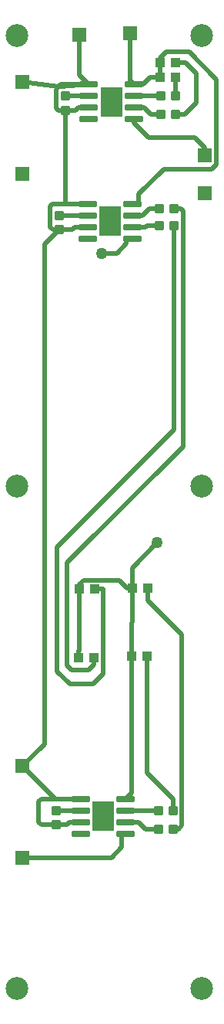
<source format=gbr>
%TF.GenerationSoftware,Altium Limited,Altium Designer,20.0.13 (296)*%
G04 Layer_Physical_Order=1*
G04 Layer_Color=255*
%FSLAX45Y45*%
%MOMM*%
%TF.FileFunction,Copper,L1,Top,Signal*%
%TF.Part,Single*%
G01*
G75*
%TA.AperFunction,SMDPad,CuDef*%
%ADD10R,1.10000X1.00000*%
%ADD11R,2.41300X3.30200*%
G04:AMPARAMS|DCode=12|XSize=1.97mm|YSize=0.6mm|CornerRadius=0.075mm|HoleSize=0mm|Usage=FLASHONLY|Rotation=0.000|XOffset=0mm|YOffset=0mm|HoleType=Round|Shape=RoundedRectangle|*
%AMROUNDEDRECTD12*
21,1,1.97000,0.45000,0,0,0.0*
21,1,1.82000,0.60000,0,0,0.0*
1,1,0.15000,0.91000,-0.22500*
1,1,0.15000,-0.91000,-0.22500*
1,1,0.15000,-0.91000,0.22500*
1,1,0.15000,0.91000,0.22500*
%
%ADD12ROUNDEDRECTD12*%
G04:AMPARAMS|DCode=13|XSize=0.94mm|YSize=1.02mm|CornerRadius=0.094mm|HoleSize=0mm|Usage=FLASHONLY|Rotation=0.000|XOffset=0mm|YOffset=0mm|HoleType=Round|Shape=RoundedRectangle|*
%AMROUNDEDRECTD13*
21,1,0.94000,0.83200,0,0,0.0*
21,1,0.75200,1.02000,0,0,0.0*
1,1,0.18800,0.37600,-0.41600*
1,1,0.18800,-0.37600,-0.41600*
1,1,0.18800,-0.37600,0.41600*
1,1,0.18800,0.37600,0.41600*
%
%ADD13ROUNDEDRECTD13*%
G04:AMPARAMS|DCode=14|XSize=0.94mm|YSize=1.02mm|CornerRadius=0.094mm|HoleSize=0mm|Usage=FLASHONLY|Rotation=90.000|XOffset=0mm|YOffset=0mm|HoleType=Round|Shape=RoundedRectangle|*
%AMROUNDEDRECTD14*
21,1,0.94000,0.83200,0,0,90.0*
21,1,0.75200,1.02000,0,0,90.0*
1,1,0.18800,0.41600,0.37600*
1,1,0.18800,0.41600,-0.37600*
1,1,0.18800,-0.41600,-0.37600*
1,1,0.18800,-0.41600,0.37600*
%
%ADD14ROUNDEDRECTD14*%
%TA.AperFunction,Conductor*%
%ADD15C,0.50000*%
%TA.AperFunction,ComponentPad*%
%ADD16R,1.50000X1.50000*%
%ADD17R,1.50000X1.50000*%
%TA.AperFunction,ViaPad*%
%ADD18C,1.27000*%
%ADD19C,2.50000*%
D10*
X15337698Y11976100D02*
D03*
X15167702D02*
D03*
X15337698Y12141200D02*
D03*
X15167702D02*
D03*
X15032899Y6383401D02*
D03*
X14862901D02*
D03*
X15020200Y5634101D02*
D03*
X14850201D02*
D03*
X14448698Y6370701D02*
D03*
X14278700D02*
D03*
X14435999Y5621401D02*
D03*
X14266000D02*
D03*
D11*
X14630400Y11709400D02*
D03*
X14539107Y3881653D02*
D03*
X14617700Y10401300D02*
D03*
D12*
X14877898Y11899900D02*
D03*
Y11772900D02*
D03*
Y11645900D02*
D03*
Y11518900D02*
D03*
X14382903D02*
D03*
Y11645900D02*
D03*
Y11772900D02*
D03*
Y11899900D02*
D03*
X14786604Y4072153D02*
D03*
Y3945153D02*
D03*
Y3818153D02*
D03*
Y3691153D02*
D03*
X14291611D02*
D03*
Y3818153D02*
D03*
Y3945153D02*
D03*
Y4072153D02*
D03*
X14865198Y10591800D02*
D03*
Y10464800D02*
D03*
Y10337800D02*
D03*
Y10210800D02*
D03*
X14370203D02*
D03*
Y10337800D02*
D03*
Y10464800D02*
D03*
Y10591800D02*
D03*
D13*
X15173701Y11772900D02*
D03*
X15331699D02*
D03*
X15173701Y11569700D02*
D03*
X15331699D02*
D03*
X15148302Y3945001D02*
D03*
X15306299D02*
D03*
X15148302Y3741801D02*
D03*
X15306299D02*
D03*
X15161002Y10350500D02*
D03*
X15318999D02*
D03*
X15161002Y10541000D02*
D03*
X15318999D02*
D03*
D14*
X14122400Y11617701D02*
D03*
Y11775699D02*
D03*
X14020799Y3789802D02*
D03*
Y3947800D02*
D03*
X14058900Y10309601D02*
D03*
Y10467599D02*
D03*
D15*
X13893800Y10148501D02*
X14054900Y10309601D01*
X13893800Y4673676D02*
Y10148501D01*
X14033501Y5471958D02*
X14173997Y5331460D01*
X14033501Y6832600D02*
X15318999Y8118099D01*
X14033501Y5471958D02*
Y6832600D01*
X14145261Y5537200D02*
X14196060Y5486400D01*
X14145261Y5537200D02*
Y6659870D01*
X15417799Y7932410D01*
X14032899Y10309601D02*
X14058900D01*
X13985500D02*
X14032899D01*
X14020799Y3789802D02*
X14140179D01*
X13859590D02*
X14020799D01*
X13652499Y4432376D02*
X13893800Y4673676D01*
X13830299Y3819091D02*
X13859590Y3789802D01*
X14122400Y10591800D02*
X14142720D01*
X13859590Y4072153D02*
X14012723D01*
X14051280Y11877040D02*
X14075600Y11878716D01*
X13830299Y3819091D02*
Y4042864D01*
X13859590Y4072153D01*
X13982700Y10591800D02*
X14122400D01*
X14075600Y11878716D02*
X14382903Y11899900D01*
X14051280Y11877040D02*
X14074139Y11899900D01*
X14020799Y11846560D02*
X14051280Y11877040D01*
X14932660Y10591800D02*
Y10701020D01*
X14795500Y10160000D02*
Y10210800D01*
X14744701Y3546678D02*
Y3691153D01*
X14876781Y11480800D02*
Y11518900D01*
X13652499Y11925300D02*
X14051280Y11877040D01*
X14274800Y12008002D02*
Y12446000D01*
Y12008002D02*
X14382903Y11899900D01*
X14865198Y10591800D02*
X14932660D01*
Y10701020D02*
X15204440Y10972800D01*
X15735300D01*
X15786099Y11023600D01*
Y11958320D01*
X15483839Y12260580D02*
X15786099Y11958320D01*
X15236281Y12260580D02*
X15483839D01*
X15167702Y12192000D02*
X15236281Y12260580D01*
X15167702Y12141200D02*
Y12192000D01*
X14833600Y11944198D02*
Y12458700D01*
Y11944198D02*
X14877898Y11899900D01*
X14850201Y4135750D02*
Y5634101D01*
X14786604Y4072153D02*
X14850201Y4135750D01*
X15318999Y8118099D02*
Y10350500D01*
X14173997Y5331460D02*
X14427200D01*
X14541499Y5445760D01*
Y6370701D01*
X14448698D02*
X14541499D01*
X14266000Y5621401D02*
Y5689600D01*
X14278700Y5702300D01*
Y6370701D01*
X14435999Y5543459D02*
Y5621401D01*
X14378940Y5486400D02*
X14435999Y5543459D01*
X14196060Y5486400D02*
X14378940D01*
X15417799Y7932410D02*
Y10515600D01*
X15392400Y10541000D02*
X15417799Y10515600D01*
X15318999Y10541000D02*
X15392400D01*
X14862901Y6606540D02*
X15135860Y6879499D01*
X14862901Y6383401D02*
Y6606540D01*
X14278700Y6370701D02*
Y6426200D01*
X14324422Y6471920D01*
X14714220D01*
X14802739Y6383401D01*
X14862901D01*
X14226799Y10337800D02*
X14370203D01*
X14198599Y10309601D02*
X14226799Y10337800D01*
X14058900Y10309601D02*
X14198599D01*
X14795500Y10210800D02*
X14865198D01*
X14688820Y10053320D02*
X14795500Y10160000D01*
X14521181Y10053320D02*
X14688820D01*
X15331699Y11569700D02*
X15438120D01*
X15565120Y11696700D01*
Y12019280D01*
X15443201Y12141200D02*
X15565120Y12019280D01*
X15337698Y12141200D02*
X15443201D01*
X14046201Y11617701D02*
X14122400D01*
X14020799Y11643101D02*
X14046201Y11617701D01*
X14020799Y11643101D02*
Y11846560D01*
X14074139Y11899900D02*
X14382903D01*
X14122400Y10612120D02*
Y11617701D01*
Y10612120D02*
X14142720Y10591800D01*
X14370203D01*
X13957300Y10337800D02*
X13985500Y10309601D01*
X13957300Y10337800D02*
Y10566400D01*
X13982700Y10591800D01*
X14012723Y4072153D02*
X14291611D01*
X13652499Y4432376D02*
X14012723Y4072153D01*
X15659100Y11125200D02*
Y11206480D01*
X15544800Y11320780D02*
X15659100Y11206480D01*
X15036800Y11320780D02*
X15544800D01*
X14876781Y11480800D02*
X15036800Y11320780D01*
X14876781Y11518900D02*
X14877898D01*
X14744701Y3691153D02*
X14786604D01*
X14630400Y3432378D02*
X14744701Y3546678D01*
X13652499Y3432378D02*
X14630400D01*
X15306299Y3741801D02*
X15367000D01*
X15405099Y3779901D01*
Y5878739D01*
X15032899Y6250940D02*
X15405099Y5878739D01*
X15032899Y6250940D02*
Y6383401D01*
X15306299Y3945001D02*
Y4071361D01*
X15020200Y4357461D02*
X15306299Y4071361D01*
X15020200Y4357461D02*
Y5634101D01*
X14168530Y3818153D02*
X14291611D01*
X14140179Y3789802D02*
X14168530Y3818153D01*
X14264899Y11645900D02*
X14382903D01*
X14236700Y11617701D02*
X14264899Y11645900D01*
X14122400Y11617701D02*
X14236700D01*
X15059660Y11976100D02*
X15167702D01*
X14983459Y11899900D02*
X15059660Y11976100D01*
X14877898Y11899900D02*
X14983459D01*
X15167702Y11976100D02*
Y12141200D01*
X14862901Y6014720D02*
Y6383401D01*
X14850201Y6002020D02*
X14862901Y6014720D01*
X14850201Y5634101D02*
Y6002020D01*
X15003932Y3741801D02*
X15148302D01*
X14927580Y3818153D02*
X15003932Y3741801D01*
X14786604Y3818153D02*
X14927580D01*
X14965833Y3945001D02*
X15148302D01*
X14965680Y3945153D02*
X14965833Y3945001D01*
X14786604Y3945153D02*
X14965680D01*
X14155527D02*
X14291611D01*
X14152879Y3947800D02*
X14155527Y3945153D01*
X14020799Y3947800D02*
X14152879D01*
X15019020Y10350500D02*
X15161002D01*
X15006320Y10337800D02*
X15019020Y10350500D01*
X14865198Y10337800D02*
X15006320D01*
X15049500Y10541000D02*
X15161002D01*
X14973300Y10464800D02*
X15049500Y10541000D01*
X14865198Y10464800D02*
X14973300D01*
X14214099D02*
X14370203D01*
X14211301Y10467599D02*
X14214099Y10464800D01*
X14058900Y10467599D02*
X14211301D01*
X15337698Y11875419D02*
Y11976100D01*
X15331699Y11869420D02*
X15337698Y11875419D01*
X15331699Y11772900D02*
Y11869420D01*
X15062199Y11569700D02*
X15173701D01*
X14986000Y11645900D02*
X15062199Y11569700D01*
X14877898Y11645900D02*
X14986000D01*
X14877898Y11772900D02*
X15173701D01*
X14252199D02*
X14382903D01*
X14249400Y11775699D02*
X14252199Y11772900D01*
X14122400Y11775699D02*
X14249400D01*
D16*
X14833600Y12458700D02*
D03*
X14274800Y12446000D02*
D03*
X15659100Y11125200D02*
D03*
Y10706100D02*
D03*
D17*
X13652499Y10922000D02*
D03*
Y3432378D02*
D03*
Y11925300D02*
D03*
Y4432376D02*
D03*
D18*
X15135860Y6879499D02*
D03*
X14521181Y10053320D02*
D03*
D19*
X15621001Y2000001D02*
D03*
X13589000D02*
D03*
X15621001Y12433300D02*
D03*
X13589000D02*
D03*
Y7500000D02*
D03*
X15621001D02*
D03*
%TF.MD5,50d20f2ea506bf84ed3b893e32da7397*%
M02*

</source>
